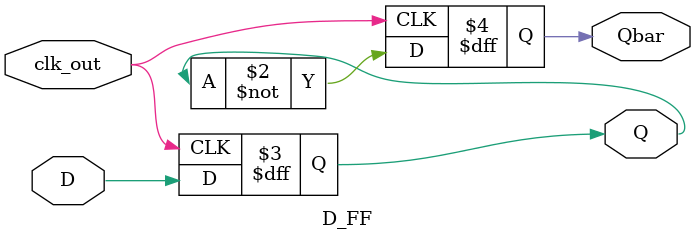
<source format=v>
`timescale 1ns / 1ns

module D_FF( clk_out, D, Q, Qbar );

input clk_out;
input D;

output reg Q;
output reg Qbar;
    
always @ (posedge clk_out) begin
    Q <= D;
    Qbar <= ~Q;
end
       
endmodule
</source>
